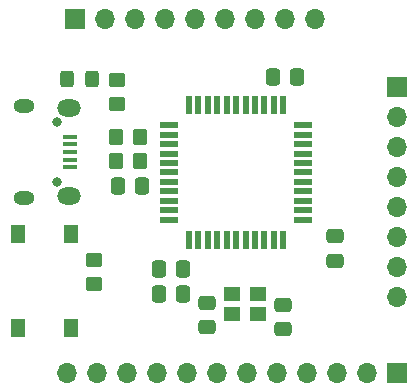
<source format=gbr>
%TF.GenerationSoftware,KiCad,Pcbnew,(6.0.6)*%
%TF.CreationDate,2022-07-26T20:01:32-05:00*%
%TF.ProjectId,Arduino_Clone,41726475-696e-46f5-9f43-6c6f6e652e6b,rev?*%
%TF.SameCoordinates,Original*%
%TF.FileFunction,Soldermask,Top*%
%TF.FilePolarity,Negative*%
%FSLAX46Y46*%
G04 Gerber Fmt 4.6, Leading zero omitted, Abs format (unit mm)*
G04 Created by KiCad (PCBNEW (6.0.6)) date 2022-07-26 20:01:32*
%MOMM*%
%LPD*%
G01*
G04 APERTURE LIST*
G04 Aperture macros list*
%AMRoundRect*
0 Rectangle with rounded corners*
0 $1 Rounding radius*
0 $2 $3 $4 $5 $6 $7 $8 $9 X,Y pos of 4 corners*
0 Add a 4 corners polygon primitive as box body*
4,1,4,$2,$3,$4,$5,$6,$7,$8,$9,$2,$3,0*
0 Add four circle primitives for the rounded corners*
1,1,$1+$1,$2,$3*
1,1,$1+$1,$4,$5*
1,1,$1+$1,$6,$7*
1,1,$1+$1,$8,$9*
0 Add four rect primitives between the rounded corners*
20,1,$1+$1,$2,$3,$4,$5,0*
20,1,$1+$1,$4,$5,$6,$7,0*
20,1,$1+$1,$6,$7,$8,$9,0*
20,1,$1+$1,$8,$9,$2,$3,0*%
G04 Aperture macros list end*
%ADD10RoundRect,0.250000X-0.475000X0.337500X-0.475000X-0.337500X0.475000X-0.337500X0.475000X0.337500X0*%
%ADD11RoundRect,0.250000X0.337500X0.475000X-0.337500X0.475000X-0.337500X-0.475000X0.337500X-0.475000X0*%
%ADD12O,0.800000X0.800000*%
%ADD13R,1.300000X0.450000*%
%ADD14O,2.000000X1.450000*%
%ADD15O,1.800000X1.150000*%
%ADD16R,1.500000X0.550000*%
%ADD17R,0.550000X1.500000*%
%ADD18R,1.300000X1.550000*%
%ADD19RoundRect,0.250000X-0.350000X-0.450000X0.350000X-0.450000X0.350000X0.450000X-0.350000X0.450000X0*%
%ADD20RoundRect,0.250000X0.325000X0.450000X-0.325000X0.450000X-0.325000X-0.450000X0.325000X-0.450000X0*%
%ADD21RoundRect,0.250000X-0.450000X0.350000X-0.450000X-0.350000X0.450000X-0.350000X0.450000X0.350000X0*%
%ADD22R,1.700000X1.700000*%
%ADD23O,1.700000X1.700000*%
%ADD24RoundRect,0.250000X0.475000X-0.337500X0.475000X0.337500X-0.475000X0.337500X-0.475000X-0.337500X0*%
%ADD25R,1.400000X1.200000*%
%ADD26RoundRect,0.250000X0.450000X-0.350000X0.450000X0.350000X-0.450000X0.350000X-0.450000X-0.350000X0*%
G04 APERTURE END LIST*
D10*
%TO.C,C6*%
X137520000Y-51592500D03*
X137520000Y-53667500D03*
%TD*%
D11*
%TO.C,C2*%
X145177500Y-32500000D03*
X143102500Y-32500000D03*
%TD*%
D12*
%TO.C,J4*%
X124825000Y-41345000D03*
X124825000Y-36345000D03*
D13*
X125925000Y-37545000D03*
X125925000Y-38195000D03*
X125925000Y-38845000D03*
X125925000Y-39495000D03*
X125925000Y-40145000D03*
D14*
X125875000Y-35120000D03*
D15*
X122075000Y-34970000D03*
X122075000Y-42720000D03*
D14*
X125875000Y-42570000D03*
%TD*%
D16*
%TO.C,U1*%
X134300000Y-36580000D03*
X134300000Y-37380000D03*
X134300000Y-38180000D03*
X134300000Y-38980000D03*
X134300000Y-39780000D03*
X134300000Y-40580000D03*
X134300000Y-41380000D03*
X134300000Y-42180000D03*
X134300000Y-42980000D03*
X134300000Y-43780000D03*
X134300000Y-44580000D03*
D17*
X136000000Y-46280000D03*
X136800000Y-46280000D03*
X137600000Y-46280000D03*
X138400000Y-46280000D03*
X139200000Y-46280000D03*
X140000000Y-46280000D03*
X140800000Y-46280000D03*
X141600000Y-46280000D03*
X142400000Y-46280000D03*
X143200000Y-46280000D03*
X144000000Y-46280000D03*
D16*
X145700000Y-44580000D03*
X145700000Y-43780000D03*
X145700000Y-42980000D03*
X145700000Y-42180000D03*
X145700000Y-41380000D03*
X145700000Y-40580000D03*
X145700000Y-39780000D03*
X145700000Y-38980000D03*
X145700000Y-38180000D03*
X145700000Y-37380000D03*
X145700000Y-36580000D03*
D17*
X144000000Y-34880000D03*
X143200000Y-34880000D03*
X142400000Y-34880000D03*
X141600000Y-34880000D03*
X140800000Y-34880000D03*
X140000000Y-34880000D03*
X139200000Y-34880000D03*
X138400000Y-34880000D03*
X137600000Y-34880000D03*
X136800000Y-34880000D03*
X136000000Y-34880000D03*
%TD*%
D18*
%TO.C,SW1*%
X121500000Y-53725000D03*
X121500000Y-45775000D03*
X126000000Y-53725000D03*
X126000000Y-45775000D03*
%TD*%
D19*
%TO.C,R4*%
X129870000Y-37560000D03*
X131870000Y-37560000D03*
%TD*%
D11*
%TO.C,C1*%
X135537500Y-48750000D03*
X133462500Y-48750000D03*
%TD*%
D20*
%TO.C,D1*%
X127765000Y-32630000D03*
X125715000Y-32630000D03*
%TD*%
D21*
%TO.C,R1*%
X128000000Y-48000000D03*
X128000000Y-50000000D03*
%TD*%
D11*
%TO.C,C7*%
X132037500Y-41750000D03*
X129962500Y-41750000D03*
%TD*%
D10*
%TO.C,C4*%
X148350000Y-45962500D03*
X148350000Y-48037500D03*
%TD*%
D22*
%TO.C,J3*%
X153620000Y-57525000D03*
D23*
X151080000Y-57525000D03*
X148540000Y-57525000D03*
X146000000Y-57525000D03*
X143460000Y-57525000D03*
X140920000Y-57525000D03*
X138380000Y-57525000D03*
X135840000Y-57525000D03*
X133300000Y-57525000D03*
X130760000Y-57525000D03*
X128220000Y-57525000D03*
X125680000Y-57525000D03*
%TD*%
D19*
%TO.C,R3*%
X129870000Y-39620000D03*
X131870000Y-39620000D03*
%TD*%
D24*
%TO.C,C5*%
X143960000Y-53857500D03*
X143960000Y-51782500D03*
%TD*%
D22*
%TO.C,J1*%
X126390000Y-27570000D03*
D23*
X128930000Y-27570000D03*
X131470000Y-27570000D03*
X134010000Y-27570000D03*
X136550000Y-27570000D03*
X139090000Y-27570000D03*
X141630000Y-27570000D03*
X144170000Y-27570000D03*
X146710000Y-27570000D03*
%TD*%
D25*
%TO.C,Y1*%
X141850000Y-50900000D03*
X139650000Y-50900000D03*
X139650000Y-52600000D03*
X141850000Y-52600000D03*
%TD*%
D22*
%TO.C,J2*%
X153620000Y-33345000D03*
D23*
X153620000Y-35885000D03*
X153620000Y-38425000D03*
X153620000Y-40965000D03*
X153620000Y-43505000D03*
X153620000Y-46045000D03*
X153620000Y-48585000D03*
X153620000Y-51125000D03*
%TD*%
D11*
%TO.C,C3*%
X135537500Y-50910000D03*
X133462500Y-50910000D03*
%TD*%
D26*
%TO.C,R2*%
X129920000Y-34750000D03*
X129920000Y-32750000D03*
%TD*%
M02*

</source>
